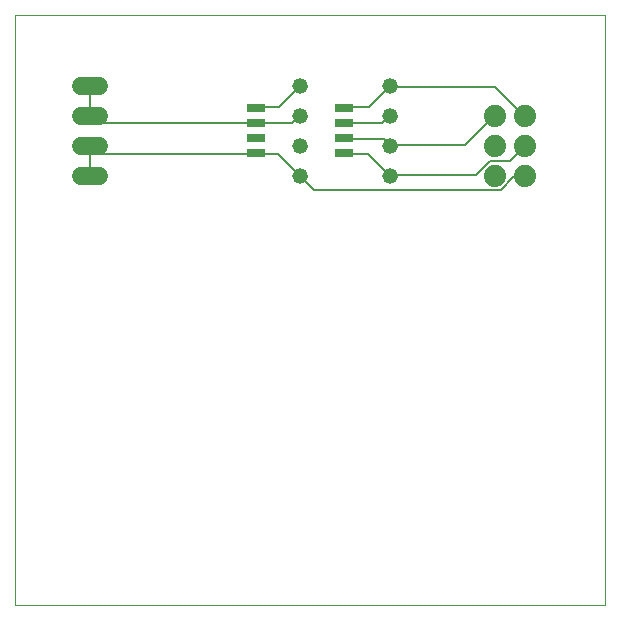
<source format=gtl>
G75*
%MOIN*%
%OFA0B0*%
%FSLAX25Y25*%
%IPPOS*%
%LPD*%
%AMOC8*
5,1,8,0,0,1.08239X$1,22.5*
%
%ADD10C,0.00000*%
%ADD11C,0.07400*%
%ADD12R,0.06000X0.03000*%
%ADD13C,0.06000*%
%ADD14C,0.05200*%
%ADD15C,0.00600*%
D10*
X0001000Y0001000D02*
X0001000Y0197850D01*
X0197850Y0197850D01*
X0197850Y0001000D01*
X0001000Y0001000D01*
D11*
X0161000Y0144150D03*
X0161000Y0154150D03*
X0161000Y0164150D03*
X0171000Y0164150D03*
X0171000Y0154150D03*
X0171000Y0144150D03*
D12*
X0110673Y0151650D03*
X0110673Y0156650D03*
X0110673Y0161650D03*
X0110673Y0166650D03*
X0081500Y0166650D03*
X0081500Y0161650D03*
X0081500Y0156650D03*
X0081500Y0151650D03*
D13*
X0029000Y0154150D02*
X0023000Y0154150D01*
X0023000Y0164150D02*
X0029000Y0164150D01*
X0029000Y0174150D02*
X0023000Y0174150D01*
X0023000Y0144150D02*
X0029000Y0144150D01*
D14*
X0096000Y0144150D03*
X0096000Y0154150D03*
X0096000Y0164150D03*
X0096000Y0174150D03*
X0126000Y0174150D03*
X0126000Y0164150D03*
X0126000Y0154150D03*
X0126000Y0144150D03*
D15*
X0126400Y0144350D01*
X0154600Y0144350D01*
X0159400Y0149150D01*
X0166000Y0149150D01*
X0171000Y0154150D01*
X0161200Y0154550D02*
X0161000Y0154150D01*
X0160600Y0144350D02*
X0161000Y0144150D01*
X0163000Y0139550D02*
X0100600Y0139550D01*
X0096000Y0144150D01*
X0088600Y0151550D01*
X0082000Y0151550D01*
X0081500Y0151650D01*
X0081400Y0151550D01*
X0026200Y0151550D01*
X0026000Y0154150D01*
X0026200Y0153950D01*
X0026200Y0151550D01*
X0026200Y0144350D01*
X0026000Y0144150D01*
X0028600Y0161750D02*
X0026000Y0164150D01*
X0026200Y0164150D01*
X0026200Y0173750D01*
X0026000Y0174150D01*
X0026200Y0164150D02*
X0028600Y0161750D01*
X0081400Y0161750D01*
X0081500Y0161650D01*
X0082000Y0161750D01*
X0093400Y0161750D01*
X0095800Y0164150D01*
X0096000Y0164150D01*
X0089200Y0167150D02*
X0095800Y0173750D01*
X0096000Y0174150D01*
X0089200Y0167150D02*
X0082000Y0167150D01*
X0081500Y0166650D01*
X0082000Y0166550D01*
X0081400Y0152150D02*
X0081500Y0151650D01*
X0110673Y0151650D02*
X0110800Y0151550D01*
X0118600Y0151550D01*
X0126000Y0144150D01*
X0126000Y0154150D02*
X0126400Y0154550D01*
X0151000Y0154550D01*
X0160600Y0164150D01*
X0161000Y0164150D01*
X0161200Y0173750D02*
X0170800Y0164150D01*
X0171000Y0164150D01*
X0161200Y0173750D02*
X0126400Y0173750D01*
X0126000Y0174150D01*
X0125800Y0173750D01*
X0119200Y0167150D01*
X0110800Y0167150D01*
X0110673Y0166650D01*
X0110800Y0161750D02*
X0110673Y0161650D01*
X0110800Y0161750D02*
X0123400Y0161750D01*
X0125800Y0164150D01*
X0126000Y0164150D01*
X0124000Y0156350D02*
X0125800Y0154550D01*
X0126000Y0154150D01*
X0124000Y0156350D02*
X0110800Y0156350D01*
X0110673Y0156650D01*
X0163000Y0139550D02*
X0167200Y0143750D01*
X0170800Y0143750D01*
X0171000Y0144150D01*
M02*

</source>
